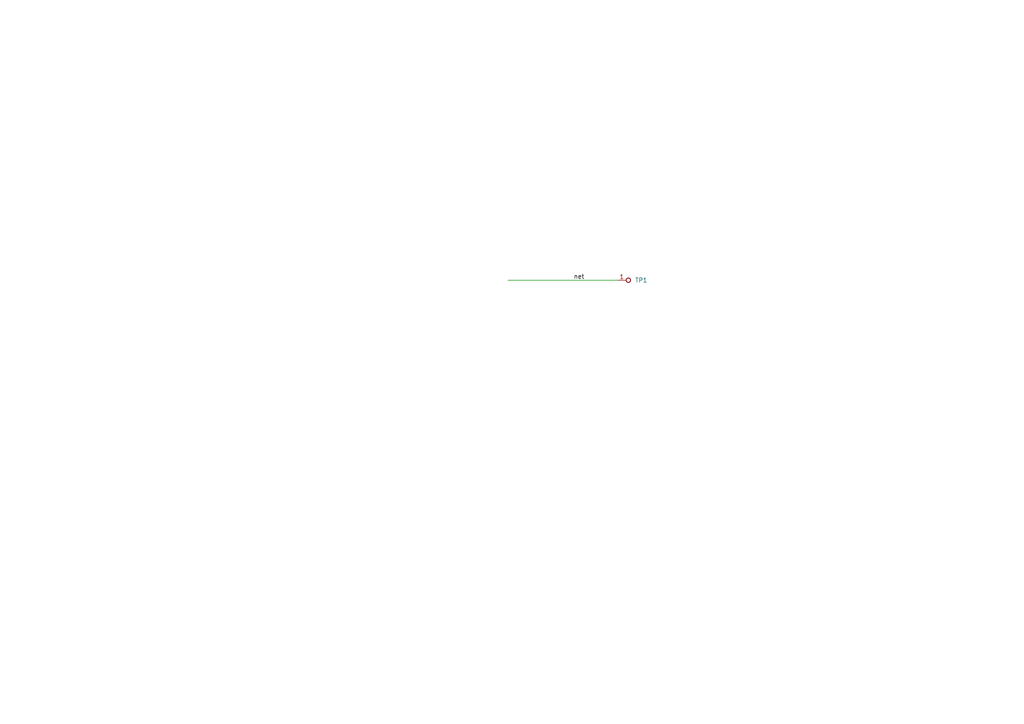
<source format=kicad_sch>
(kicad_sch (version 20230121) (generator eeschema)
  (paper "A4")
  (lib_symbols
    (symbol "antmicroTestPoints:TP_0.75mm_SMD" (pin_names hide) (in_bom no)
      (property "Reference" "TP" (at 10.795 -1.27 0))
      (symbol "TP_0.75mm_SMD_1_1"
        (circle (center 3.175 0) (radius 0.635) (stroke (width 0.254)))
        (pin passive line (at 0 0 0) (length 2.54) (name "1") (number "1"))
      )
    )
  )
  (wire (pts (xy 147.32 81.28) (xy 179.07 81.28)))
  (label "net" (at 166.37 81.28 0))
  (symbol (lib_id "antmicroTestPoints:TP_0.75mm_SMD") (at 179.07 81.28 0) (unit 1) (in_bom no)
    (property "Reference" "TP1" (at 184.15 81.28 0) (effects (justify left)))
    (property "Value" "TP_0.75mm_SMD" (effects hide))
    (property "Footprint" "antmicro-footprints:TP_SMD_0.75mm" (effects hide))
    (property "Author" "Antmicro" (effects hide))
    (property "License" "Apache-2.0" (effects hide))
  )
)
</source>
